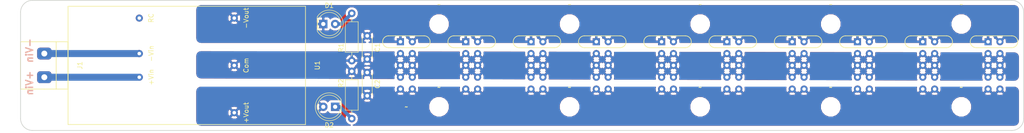
<source format=kicad_pcb>
(kicad_pcb (version 20171130) (host pcbnew "(5.0.1)-4")
  (layers (0 F.Cu signal) (31 B.Cu signal) (34 B.Paste user) (35 F.Paste user) (36 B.SilkS user) (37 F.SilkS user) (38 B.Mask user) (39 F.Mask user) (44 Edge.Cuts user))
  (net 0 "")
  (net 1 -12V)
  (net 2 GND)
  (net 3 +12V)
  (net 4 "Net-(D1-Pad2)")
  (net 5 "Net-(D2-Pad1)")
  (net 6 "Net-(J1-Pad1)")
  (net 7 "Net-(J1-Pad2)")
  (net 8 "Net-(U1-Pad6)")
  (module LED_THT:LED_D5.0mm (layer F.Cu) (at 88.9 45.72 180)
    (fp_text reference D2 (at 1.27 -3.96 180) (layer F.SilkS))
    (fp_text value LED)
    (fp_line (start -1.29 -1.545) (end -1.29 1.545) (layer F.SilkS) (width 0.12))
    (fp_circle (center 1.27 0) (end 3.77 0) (layer F.SilkS) (width 0.12))
    (fp_arc (start 1.27 0) (end -1.29 1.54483) (angle -148.9) (layer F.SilkS) (width 0.12))
    (fp_arc (start 1.27 0) (end -1.29 -1.54483) (angle 148.9) (layer F.SilkS) (width 0.12))
    (pad 2 thru_hole circle (at 2.54 0 180) (size 1.8 1.8) (drill 0.9) (layers *.Cu *.Mask) (net 3 +12V))
    (pad 1 thru_hole rect (at 0 0 180) (size 1.8 1.8) (drill 0.9) (layers *.Cu *.Mask) (net 5 "Net-(D2-Pad1)"))
  )
  (module MountingHole:MountingHole_3.2mm_M3 (layer F.Cu) (at 26.67 46.355)
    (fp_text reference "" (at 0 -4.2) (layer F.SilkS))
    (fp_text value MountingHole_3.2mm_M3)
    (pad 1 np_thru_hole circle (at 0 0) (size 3.2 3.2) (drill 3.2) (layers *.Cu *.Mask))
  )
  (module MountingHole:MountingHole_3.2mm_M3 (layer F.Cu) (at 26.67 27.305)
    (fp_text reference "" (at 0 -4.2) (layer F.SilkS))
    (fp_text value MountingHole_3.2mm_M3)
    (pad 1 np_thru_hole circle (at 0 0) (size 3.2 3.2) (drill 3.2) (layers *.Cu *.Mask))
  )
  (module MountingHole:MountingHole_3.2mm_M3 (layer F.Cu) (at 222.885 45.72)
    (fp_text reference ~ (at 0 -4.2) (layer F.SilkS))
    (fp_text value MountingHole_3.2mm_M3)
    (pad 1 np_thru_hole circle (at 0 0) (size 3.2 3.2) (drill 3.2) (layers *.Cu *.Mask))
  )
  (module MountingHole:MountingHole_3.2mm_M3 (layer F.Cu) (at 194.945 45.72)
    (fp_text reference ~ (at 0 -4.2) (layer F.SilkS))
    (fp_text value MountingHole_3.2mm_M3)
    (pad 1 np_thru_hole circle (at 0 0) (size 3.2 3.2) (drill 3.2) (layers *.Cu *.Mask))
  )
  (module MountingHole:MountingHole_3.2mm_M3 (layer F.Cu) (at 167.005 45.72)
    (fp_text reference ~ (at 0 -4.2) (layer F.SilkS))
    (fp_text value MountingHole_3.2mm_M3)
    (pad 1 np_thru_hole circle (at 0 0) (size 3.2 3.2) (drill 3.2) (layers *.Cu *.Mask))
  )
  (module MountingHole:MountingHole_3.2mm_M3 (layer F.Cu) (at 139.065 45.72)
    (fp_text reference ~ (at 0 -4.2) (layer F.SilkS))
    (fp_text value MountingHole_3.2mm_M3)
    (pad 1 np_thru_hole circle (at 0 0) (size 3.2 3.2) (drill 3.2) (layers *.Cu *.Mask))
  )
  (module MountingHole:MountingHole_3.2mm_M3 (layer F.Cu) (at 111.125 45.72)
    (fp_text reference ~ (at 0 -4.2) (layer F.SilkS))
    (fp_text value MountingHole_3.2mm_M3)
    (pad 1 np_thru_hole circle (at 0 0) (size 3.2 3.2) (drill 3.2) (layers *.Cu *.Mask))
  )
  (module MountingHole:MountingHole_3.2mm_M3 (layer F.Cu) (at 222.885 27.94)
    (fp_text reference ~ (at 0 -4.2) (layer F.SilkS))
    (fp_text value MountingHole_3.2mm_M3)
    (pad 1 np_thru_hole circle (at 0 0) (size 3.2 3.2) (drill 3.2) (layers *.Cu *.Mask))
  )
  (module MountingHole:MountingHole_3.2mm_M3 (layer F.Cu) (at 194.945 27.94)
    (fp_text reference ~ (at 0 -4.2) (layer F.SilkS))
    (fp_text value MountingHole_3.2mm_M3)
    (pad 1 np_thru_hole circle (at 0 0) (size 3.2 3.2) (drill 3.2) (layers *.Cu *.Mask))
  )
  (module MountingHole:MountingHole_3.2mm_M3 (layer F.Cu) (at 167.005 27.94)
    (fp_text reference ~ (at 0 -4.2) (layer F.SilkS))
    (fp_text value MountingHole_3.2mm_M3)
    (pad 1 np_thru_hole circle (at 0 0) (size 3.2 3.2) (drill 3.2) (layers *.Cu *.Mask))
  )
  (module MountingHole:MountingHole_3.2mm_M3 (layer F.Cu) (at 139.065 27.94)
    (fp_text reference ~ (at 0 -4.2) (layer F.SilkS))
    (fp_text value MountingHole_3.2mm_M3)
    (pad 1 np_thru_hole circle (at 0 0) (size 3.2 3.2) (drill 3.2) (layers *.Cu *.Mask))
  )
  (module "KraakenStuff:Klema x2" (layer F.Cu) (at 26.67 36.83 90)
    (fp_text reference J1 (at 0 7.62 90) (layer F.SilkS))
    (fp_text value PWR_IN)
    (fp_line (start -5.08 0) (end -5.08 -2.54) (layer F.SilkS) (width 0.15))
    (fp_line (start 5.08 -2.54) (end 5.08 2.54) (layer F.SilkS) (width 0.15))
    (fp_line (start -5.08 2.54) (end -5.08 0) (layer F.SilkS) (width 0.15))
    (fp_line (start -5.08 -2.54) (end -5.08 -5.08) (layer F.SilkS) (width 0.15))
    (fp_line (start -5.08 -5.08) (end 5.08 -5.08) (layer F.SilkS) (width 0.15))
    (fp_line (start 5.08 -5.08) (end 5.08 -2.54) (layer F.SilkS) (width 0.15))
    (fp_line (start -5.08 2.54) (end -5.08 5.08) (layer F.SilkS) (width 0.15))
    (fp_line (start -5.08 5.08) (end 5.08 5.08) (layer F.SilkS) (width 0.15))
    (fp_line (start 5.08 5.08) (end 5.08 2.54) (layer F.SilkS) (width 0.15))
    (fp_line (start -5.08 2.54) (end 5.08 2.54) (layer F.SilkS) (width 0.15))
    (pad 1 thru_hole roundrect (at -2.54 0 90) (size 2.54 3.048) (drill 1.27) (layers *.Cu *.Mask) (net 6 "Net-(J1-Pad1)"))
    (pad 2 thru_hole roundrect (at 2.54 0 90) (size 2.54 3.048) (drill 1.27) (layers *.Cu *.Mask) (net 7 "Net-(J1-Pad2)"))
  )
  (module "KraakenStuff:MeanWell RDDW20F" (layer F.Cu) (at 57.15 36.83 90)
    (fp_text reference U1 (at 0 27.94 90) (layer F.SilkS))
    (fp_text value MeanWellRDDW20F-12)
    (fp_text user +Vin (at -2.54 -7.62 90) (layer F.SilkS))
    (fp_text user -Vin (at 2.54 -7.62 90) (layer F.SilkS))
    (fp_text user RC (at 10.16 -7.62 90) (layer F.SilkS))
    (fp_text user +Vout (at -10.16 12.7 90) (layer F.SilkS))
    (fp_text user Com (at 0 12.7 90) (layer F.SilkS))
    (fp_text user -Vout (at 10.16 12.7 90) (layer F.SilkS))
    (fp_line (start 12.7 25.4) (end 12.7 -25.4) (layer F.SilkS) (width 0.15))
    (fp_line (start -12.7 25.4) (end 12.7 25.4) (layer F.SilkS) (width 0.15))
    (fp_line (start -12.7 -25.4) (end -12.7 25.4) (layer F.SilkS) (width 0.15))
    (fp_line (start 12.7 -25.4) (end -12.7 -25.4) (layer F.SilkS) (width 0.15))
    (pad 1 thru_hole circle (at -2.54 -10.16 90) (size 1.524 1.524) (drill 0.762) (layers *.Cu *.Mask) (net 6 "Net-(J1-Pad1)"))
    (pad 2 thru_hole circle (at 2.54 -10.16 90) (size 1.524 1.524) (drill 0.762) (layers *.Cu *.Mask) (net 7 "Net-(J1-Pad2)"))
    (pad 6 thru_hole circle (at 10.16 -10.16 90) (size 1.524 1.524) (drill 0.762) (layers *.Cu *.Mask) (net 8 "Net-(U1-Pad6)"))
    (pad 5 thru_hole circle (at 10.16 10.16 90) (size 1.524 1.524) (drill 0.762) (layers *.Cu *.Mask) (net 1 -12V))
    (pad 4 thru_hole circle (at 0 10.16 90) (size 1.524 1.524) (drill 0.762) (layers *.Cu *.Mask) (net 2 GND))
    (pad 3 thru_hole circle (at -10.16 10.16 90) (size 1.524 1.524) (drill 0.762) (layers *.Cu *.Mask) (net 3 +12V))
  )
  (module Capacitor_THT:C_Disc_D4.3mm_W1.9mm_P5.00mm (layer F.Cu) (at 95.758 30.48 270)
    (fp_text reference C1 (at 2.5 -2.2 270) (layer F.SilkS))
    (fp_text value 100n)
    (fp_line (start 0.23 -1.07) (end 4.77 -1.07) (layer F.SilkS) (width 0.12))
    (fp_line (start 0.23 1.07) (end 4.77 1.07) (layer F.SilkS) (width 0.12))
    (fp_line (start 0.23 -1.07) (end 0.23 -1.055) (layer F.SilkS) (width 0.12))
    (fp_line (start 0.23 1.055) (end 0.23 1.07) (layer F.SilkS) (width 0.12))
    (fp_line (start 4.77 -1.07) (end 4.77 -1.055) (layer F.SilkS) (width 0.12))
    (fp_line (start 4.77 1.055) (end 4.77 1.07) (layer F.SilkS) (width 0.12))
    (pad 1 thru_hole circle (at 0 0 270) (size 1.6 1.6) (drill 0.8) (layers *.Cu *.Mask) (net 1 -12V))
    (pad 2 thru_hole circle (at 5 0 270) (size 1.6 1.6) (drill 0.8) (layers *.Cu *.Mask) (net 2 GND))
  )
  (module Capacitor_THT:C_Disc_D4.3mm_W1.9mm_P5.00mm (layer F.Cu) (at 95.758 38.354 270)
    (fp_text reference C2 (at 2.5 -2.2 270) (layer F.SilkS))
    (fp_text value 100n)
    (fp_line (start 4.77 1.055) (end 4.77 1.07) (layer F.SilkS) (width 0.12))
    (fp_line (start 4.77 -1.07) (end 4.77 -1.055) (layer F.SilkS) (width 0.12))
    (fp_line (start 0.23 1.055) (end 0.23 1.07) (layer F.SilkS) (width 0.12))
    (fp_line (start 0.23 -1.07) (end 0.23 -1.055) (layer F.SilkS) (width 0.12))
    (fp_line (start 0.23 1.07) (end 4.77 1.07) (layer F.SilkS) (width 0.12))
    (fp_line (start 0.23 -1.07) (end 4.77 -1.07) (layer F.SilkS) (width 0.12))
    (pad 2 thru_hole circle (at 5 0 270) (size 1.6 1.6) (drill 0.8) (layers *.Cu *.Mask) (net 3 +12V))
    (pad 1 thru_hole circle (at 0 0 270) (size 1.6 1.6) (drill 0.8) (layers *.Cu *.Mask) (net 2 GND))
  )
  (module LED_THT:LED_D5.0mm (layer F.Cu) (at 86.36 27.94)
    (fp_text reference D1 (at 1.27 -3.96) (layer F.SilkS))
    (fp_text value LED)
    (fp_arc (start 1.27 0) (end -1.29 -1.54483) (angle 148.9) (layer F.SilkS) (width 0.12))
    (fp_arc (start 1.27 0) (end -1.29 1.54483) (angle -148.9) (layer F.SilkS) (width 0.12))
    (fp_circle (center 1.27 0) (end 3.77 0) (layer F.SilkS) (width 0.12))
    (fp_line (start -1.29 -1.545) (end -1.29 1.545) (layer F.SilkS) (width 0.12))
    (pad 1 thru_hole rect (at 0 0) (size 1.8 1.8) (drill 0.9) (layers *.Cu *.Mask) (net 1 -12V))
    (pad 2 thru_hole circle (at 2.54 0) (size 1.8 1.8) (drill 0.9) (layers *.Cu *.Mask) (net 4 "Net-(D1-Pad2)"))
  )
  (module KraakenStuff:EuroHeader10 (layer F.Cu) (at 104.14 36.83)
    (fp_text reference ~ (at 0 8.89) (layer F.SilkS))
    (fp_text value EuroPower)
    (fp_arc (start -3.81 -5.08) (end -3.81 -6.35) (angle -180) (layer F.SilkS) (width 0.15))
    (fp_arc (start 3.81 -5.08) (end 3.81 -3.81) (angle -180) (layer F.SilkS) (width 0.15))
    (fp_line (start 3.81 -3.81) (end -3.81 -3.81) (layer F.SilkS) (width 0.15))
    (fp_line (start -3.81 -6.35) (end 3.81 -6.35) (layer F.SilkS) (width 0.15))
    (pad 10 thru_hole circle (at 1.27 5.08) (size 1.524 1.524) (drill 0.762) (layers *.Cu *.Mask) (net 3 +12V))
    (pad 9 thru_hole circle (at -1.27 5.08) (size 1.524 1.524) (drill 0.762) (layers *.Cu *.Mask) (net 3 +12V))
    (pad 8 thru_hole circle (at 1.27 2.54) (size 1.524 1.524) (drill 0.762) (layers *.Cu *.Mask) (net 2 GND))
    (pad 7 thru_hole circle (at -1.27 2.54) (size 1.524 1.524) (drill 0.762) (layers *.Cu *.Mask) (net 2 GND))
    (pad 6 thru_hole circle (at 1.27 0) (size 1.524 1.524) (drill 0.762) (layers *.Cu *.Mask) (net 2 GND))
    (pad 5 thru_hole circle (at -1.27 0) (size 1.524 1.524) (drill 0.762) (layers *.Cu *.Mask) (net 2 GND))
    (pad 4 thru_hole circle (at 1.27 -2.54) (size 1.524 1.524) (drill 0.762) (layers *.Cu *.Mask) (net 2 GND))
    (pad 3 thru_hole circle (at -1.27 -2.54) (size 1.524 1.524) (drill 0.762) (layers *.Cu *.Mask) (net 2 GND))
    (pad 2 thru_hole circle (at 1.27 -5.08) (size 1.524 1.524) (drill 0.762) (layers *.Cu *.Mask) (net 1 -12V))
    (pad 1 thru_hole rect (at -1.27 -5.08) (size 1.524 1.524) (drill 0.762) (layers *.Cu *.Mask) (net 1 -12V))
  )
  (module KraakenStuff:EuroHeader10 (layer F.Cu) (at 118.11 36.83)
    (fp_text reference "" (at 0 8.89) (layer F.SilkS))
    (fp_text value EuroPower)
    (fp_arc (start -3.81 -5.08) (end -3.81 -6.35) (angle -180) (layer F.SilkS) (width 0.15))
    (fp_arc (start 3.81 -5.08) (end 3.81 -3.81) (angle -180) (layer F.SilkS) (width 0.15))
    (fp_line (start 3.81 -3.81) (end -3.81 -3.81) (layer F.SilkS) (width 0.15))
    (fp_line (start -3.81 -6.35) (end 3.81 -6.35) (layer F.SilkS) (width 0.15))
    (pad 10 thru_hole circle (at 1.27 5.08) (size 1.524 1.524) (drill 0.762) (layers *.Cu *.Mask) (net 3 +12V))
    (pad 9 thru_hole circle (at -1.27 5.08) (size 1.524 1.524) (drill 0.762) (layers *.Cu *.Mask) (net 3 +12V))
    (pad 8 thru_hole circle (at 1.27 2.54) (size 1.524 1.524) (drill 0.762) (layers *.Cu *.Mask) (net 2 GND))
    (pad 7 thru_hole circle (at -1.27 2.54) (size 1.524 1.524) (drill 0.762) (layers *.Cu *.Mask) (net 2 GND))
    (pad 6 thru_hole circle (at 1.27 0) (size 1.524 1.524) (drill 0.762) (layers *.Cu *.Mask) (net 2 GND))
    (pad 5 thru_hole circle (at -1.27 0) (size 1.524 1.524) (drill 0.762) (layers *.Cu *.Mask) (net 2 GND))
    (pad 4 thru_hole circle (at 1.27 -2.54) (size 1.524 1.524) (drill 0.762) (layers *.Cu *.Mask) (net 2 GND))
    (pad 3 thru_hole circle (at -1.27 -2.54) (size 1.524 1.524) (drill 0.762) (layers *.Cu *.Mask) (net 2 GND))
    (pad 2 thru_hole circle (at 1.27 -5.08) (size 1.524 1.524) (drill 0.762) (layers *.Cu *.Mask) (net 1 -12V))
    (pad 1 thru_hole rect (at -1.27 -5.08) (size 1.524 1.524) (drill 0.762) (layers *.Cu *.Mask) (net 1 -12V))
  )
  (module KraakenStuff:EuroHeader10 (layer F.Cu) (at 132.08 36.83)
    (fp_text reference "" (at 0 8.89) (layer F.SilkS))
    (fp_text value EuroPower)
    (fp_line (start -3.81 -6.35) (end 3.81 -6.35) (layer F.SilkS) (width 0.15))
    (fp_line (start 3.81 -3.81) (end -3.81 -3.81) (layer F.SilkS) (width 0.15))
    (fp_arc (start 3.81 -5.08) (end 3.81 -3.81) (angle -180) (layer F.SilkS) (width 0.15))
    (fp_arc (start -3.81 -5.08) (end -3.81 -6.35) (angle -180) (layer F.SilkS) (width 0.15))
    (pad 1 thru_hole rect (at -1.27 -5.08) (size 1.524 1.524) (drill 0.762) (layers *.Cu *.Mask) (net 1 -12V))
    (pad 2 thru_hole circle (at 1.27 -5.08) (size 1.524 1.524) (drill 0.762) (layers *.Cu *.Mask) (net 1 -12V))
    (pad 3 thru_hole circle (at -1.27 -2.54) (size 1.524 1.524) (drill 0.762) (layers *.Cu *.Mask) (net 2 GND))
    (pad 4 thru_hole circle (at 1.27 -2.54) (size 1.524 1.524) (drill 0.762) (layers *.Cu *.Mask) (net 2 GND))
    (pad 5 thru_hole circle (at -1.27 0) (size 1.524 1.524) (drill 0.762) (layers *.Cu *.Mask) (net 2 GND))
    (pad 6 thru_hole circle (at 1.27 0) (size 1.524 1.524) (drill 0.762) (layers *.Cu *.Mask) (net 2 GND))
    (pad 7 thru_hole circle (at -1.27 2.54) (size 1.524 1.524) (drill 0.762) (layers *.Cu *.Mask) (net 2 GND))
    (pad 8 thru_hole circle (at 1.27 2.54) (size 1.524 1.524) (drill 0.762) (layers *.Cu *.Mask) (net 2 GND))
    (pad 9 thru_hole circle (at -1.27 5.08) (size 1.524 1.524) (drill 0.762) (layers *.Cu *.Mask) (net 3 +12V))
    (pad 10 thru_hole circle (at 1.27 5.08) (size 1.524 1.524) (drill 0.762) (layers *.Cu *.Mask) (net 3 +12V))
  )
  (module KraakenStuff:EuroHeader10 (layer F.Cu) (at 160.02 36.83)
    (fp_text reference "" (at 0 8.89) (layer F.SilkS))
    (fp_text value EuroPower)
    (fp_arc (start -3.81 -5.08) (end -3.81 -6.35) (angle -180) (layer F.SilkS) (width 0.15))
    (fp_arc (start 3.81 -5.08) (end 3.81 -3.81) (angle -180) (layer F.SilkS) (width 0.15))
    (fp_line (start 3.81 -3.81) (end -3.81 -3.81) (layer F.SilkS) (width 0.15))
    (fp_line (start -3.81 -6.35) (end 3.81 -6.35) (layer F.SilkS) (width 0.15))
    (pad 10 thru_hole circle (at 1.27 5.08) (size 1.524 1.524) (drill 0.762) (layers *.Cu *.Mask) (net 3 +12V))
    (pad 9 thru_hole circle (at -1.27 5.08) (size 1.524 1.524) (drill 0.762) (layers *.Cu *.Mask) (net 3 +12V))
    (pad 8 thru_hole circle (at 1.27 2.54) (size 1.524 1.524) (drill 0.762) (layers *.Cu *.Mask) (net 2 GND))
    (pad 7 thru_hole circle (at -1.27 2.54) (size 1.524 1.524) (drill 0.762) (layers *.Cu *.Mask) (net 2 GND))
    (pad 6 thru_hole circle (at 1.27 0) (size 1.524 1.524) (drill 0.762) (layers *.Cu *.Mask) (net 2 GND))
    (pad 5 thru_hole circle (at -1.27 0) (size 1.524 1.524) (drill 0.762) (layers *.Cu *.Mask) (net 2 GND))
    (pad 4 thru_hole circle (at 1.27 -2.54) (size 1.524 1.524) (drill 0.762) (layers *.Cu *.Mask) (net 2 GND))
    (pad 3 thru_hole circle (at -1.27 -2.54) (size 1.524 1.524) (drill 0.762) (layers *.Cu *.Mask) (net 2 GND))
    (pad 2 thru_hole circle (at 1.27 -5.08) (size 1.524 1.524) (drill 0.762) (layers *.Cu *.Mask) (net 1 -12V))
    (pad 1 thru_hole rect (at -1.27 -5.08) (size 1.524 1.524) (drill 0.762) (layers *.Cu *.Mask) (net 1 -12V))
  )
  (module KraakenStuff:EuroHeader10 (layer F.Cu) (at 173.99 36.83)
    (fp_text reference "" (at 0 8.89) (layer F.SilkS))
    (fp_text value EuroPower)
    (fp_arc (start -3.81 -5.08) (end -3.81 -6.35) (angle -180) (layer F.SilkS) (width 0.15))
    (fp_arc (start 3.81 -5.08) (end 3.81 -3.81) (angle -180) (layer F.SilkS) (width 0.15))
    (fp_line (start 3.81 -3.81) (end -3.81 -3.81) (layer F.SilkS) (width 0.15))
    (fp_line (start -3.81 -6.35) (end 3.81 -6.35) (layer F.SilkS) (width 0.15))
    (pad 10 thru_hole circle (at 1.27 5.08) (size 1.524 1.524) (drill 0.762) (layers *.Cu *.Mask) (net 3 +12V))
    (pad 9 thru_hole circle (at -1.27 5.08) (size 1.524 1.524) (drill 0.762) (layers *.Cu *.Mask) (net 3 +12V))
    (pad 8 thru_hole circle (at 1.27 2.54) (size 1.524 1.524) (drill 0.762) (layers *.Cu *.Mask) (net 2 GND))
    (pad 7 thru_hole circle (at -1.27 2.54) (size 1.524 1.524) (drill 0.762) (layers *.Cu *.Mask) (net 2 GND))
    (pad 6 thru_hole circle (at 1.27 0) (size 1.524 1.524) (drill 0.762) (layers *.Cu *.Mask) (net 2 GND))
    (pad 5 thru_hole circle (at -1.27 0) (size 1.524 1.524) (drill 0.762) (layers *.Cu *.Mask) (net 2 GND))
    (pad 4 thru_hole circle (at 1.27 -2.54) (size 1.524 1.524) (drill 0.762) (layers *.Cu *.Mask) (net 2 GND))
    (pad 3 thru_hole circle (at -1.27 -2.54) (size 1.524 1.524) (drill 0.762) (layers *.Cu *.Mask) (net 2 GND))
    (pad 2 thru_hole circle (at 1.27 -5.08) (size 1.524 1.524) (drill 0.762) (layers *.Cu *.Mask) (net 1 -12V))
    (pad 1 thru_hole rect (at -1.27 -5.08) (size 1.524 1.524) (drill 0.762) (layers *.Cu *.Mask) (net 1 -12V))
  )
  (module KraakenStuff:EuroHeader10 (layer F.Cu) (at 187.96 36.83)
    (fp_text reference "" (at 0 8.89) (layer F.SilkS))
    (fp_text value EuroPower)
    (fp_line (start -3.81 -6.35) (end 3.81 -6.35) (layer F.SilkS) (width 0.15))
    (fp_line (start 3.81 -3.81) (end -3.81 -3.81) (layer F.SilkS) (width 0.15))
    (fp_arc (start 3.81 -5.08) (end 3.81 -3.81) (angle -180) (layer F.SilkS) (width 0.15))
    (fp_arc (start -3.81 -5.08) (end -3.81 -6.35) (angle -180) (layer F.SilkS) (width 0.15))
    (pad 1 thru_hole rect (at -1.27 -5.08) (size 1.524 1.524) (drill 0.762) (layers *.Cu *.Mask) (net 1 -12V))
    (pad 2 thru_hole circle (at 1.27 -5.08) (size 1.524 1.524) (drill 0.762) (layers *.Cu *.Mask) (net 1 -12V))
    (pad 3 thru_hole circle (at -1.27 -2.54) (size 1.524 1.524) (drill 0.762) (layers *.Cu *.Mask) (net 2 GND))
    (pad 4 thru_hole circle (at 1.27 -2.54) (size 1.524 1.524) (drill 0.762) (layers *.Cu *.Mask) (net 2 GND))
    (pad 5 thru_hole circle (at -1.27 0) (size 1.524 1.524) (drill 0.762) (layers *.Cu *.Mask) (net 2 GND))
    (pad 6 thru_hole circle (at 1.27 0) (size 1.524 1.524) (drill 0.762) (layers *.Cu *.Mask) (net 2 GND))
    (pad 7 thru_hole circle (at -1.27 2.54) (size 1.524 1.524) (drill 0.762) (layers *.Cu *.Mask) (net 2 GND))
    (pad 8 thru_hole circle (at 1.27 2.54) (size 1.524 1.524) (drill 0.762) (layers *.Cu *.Mask) (net 2 GND))
    (pad 9 thru_hole circle (at -1.27 5.08) (size 1.524 1.524) (drill 0.762) (layers *.Cu *.Mask) (net 3 +12V))
    (pad 10 thru_hole circle (at 1.27 5.08) (size 1.524 1.524) (drill 0.762) (layers *.Cu *.Mask) (net 3 +12V))
  )
  (module KraakenStuff:EuroHeader10 (layer F.Cu) (at 201.93 36.83)
    (fp_text reference "" (at 0 8.89) (layer F.SilkS))
    (fp_text value EuroPower)
    (fp_line (start -3.81 -6.35) (end 3.81 -6.35) (layer F.SilkS) (width 0.15))
    (fp_line (start 3.81 -3.81) (end -3.81 -3.81) (layer F.SilkS) (width 0.15))
    (fp_arc (start 3.81 -5.08) (end 3.81 -3.81) (angle -180) (layer F.SilkS) (width 0.15))
    (fp_arc (start -3.81 -5.08) (end -3.81 -6.35) (angle -180) (layer F.SilkS) (width 0.15))
    (pad 1 thru_hole rect (at -1.27 -5.08) (size 1.524 1.524) (drill 0.762) (layers *.Cu *.Mask) (net 1 -12V))
    (pad 2 thru_hole circle (at 1.27 -5.08) (size 1.524 1.524) (drill 0.762) (layers *.Cu *.Mask) (net 1 -12V))
    (pad 3 thru_hole circle (at -1.27 -2.54) (size 1.524 1.524) (drill 0.762) (layers *.Cu *.Mask) (net 2 GND))
    (pad 4 thru_hole circle (at 1.27 -2.54) (size 1.524 1.524) (drill 0.762) (layers *.Cu *.Mask) (net 2 GND))
    (pad 5 thru_hole circle (at -1.27 0) (size 1.524 1.524) (drill 0.762) (layers *.Cu *.Mask) (net 2 GND))
    (pad 6 thru_hole circle (at 1.27 0) (size 1.524 1.524) (drill 0.762) (layers *.Cu *.Mask) (net 2 GND))
    (pad 7 thru_hole circle (at -1.27 2.54) (size 1.524 1.524) (drill 0.762) (layers *.Cu *.Mask) (net 2 GND))
    (pad 8 thru_hole circle (at 1.27 2.54) (size 1.524 1.524) (drill 0.762) (layers *.Cu *.Mask) (net 2 GND))
    (pad 9 thru_hole circle (at -1.27 5.08) (size 1.524 1.524) (drill 0.762) (layers *.Cu *.Mask) (net 3 +12V))
    (pad 10 thru_hole circle (at 1.27 5.08) (size 1.524 1.524) (drill 0.762) (layers *.Cu *.Mask) (net 3 +12V))
  )
  (module KraakenStuff:EuroHeader10 (layer F.Cu) (at 215.9 36.83)
    (fp_text reference "" (at 0 8.89) (layer F.SilkS))
    (fp_text value EuroPower)
    (fp_line (start -3.81 -6.35) (end 3.81 -6.35) (layer F.SilkS) (width 0.15))
    (fp_line (start 3.81 -3.81) (end -3.81 -3.81) (layer F.SilkS) (width 0.15))
    (fp_arc (start 3.81 -5.08) (end 3.81 -3.81) (angle -180) (layer F.SilkS) (width 0.15))
    (fp_arc (start -3.81 -5.08) (end -3.81 -6.35) (angle -180) (layer F.SilkS) (width 0.15))
    (pad 1 thru_hole rect (at -1.27 -5.08) (size 1.524 1.524) (drill 0.762) (layers *.Cu *.Mask) (net 1 -12V))
    (pad 2 thru_hole circle (at 1.27 -5.08) (size 1.524 1.524) (drill 0.762) (layers *.Cu *.Mask) (net 1 -12V))
    (pad 3 thru_hole circle (at -1.27 -2.54) (size 1.524 1.524) (drill 0.762) (layers *.Cu *.Mask) (net 2 GND))
    (pad 4 thru_hole circle (at 1.27 -2.54) (size 1.524 1.524) (drill 0.762) (layers *.Cu *.Mask) (net 2 GND))
    (pad 5 thru_hole circle (at -1.27 0) (size 1.524 1.524) (drill 0.762) (layers *.Cu *.Mask) (net 2 GND))
    (pad 6 thru_hole circle (at 1.27 0) (size 1.524 1.524) (drill 0.762) (layers *.Cu *.Mask) (net 2 GND))
    (pad 7 thru_hole circle (at -1.27 2.54) (size 1.524 1.524) (drill 0.762) (layers *.Cu *.Mask) (net 2 GND))
    (pad 8 thru_hole circle (at 1.27 2.54) (size 1.524 1.524) (drill 0.762) (layers *.Cu *.Mask) (net 2 GND))
    (pad 9 thru_hole circle (at -1.27 5.08) (size 1.524 1.524) (drill 0.762) (layers *.Cu *.Mask) (net 3 +12V))
    (pad 10 thru_hole circle (at 1.27 5.08) (size 1.524 1.524) (drill 0.762) (layers *.Cu *.Mask) (net 3 +12V))
  )
  (module KraakenStuff:EuroHeader10 (layer F.Cu) (at 229.87 36.83)
    (fp_text reference "" (at 0 8.89) (layer F.SilkS))
    (fp_text value EuroPower)
    (fp_arc (start -3.81 -5.08) (end -3.81 -6.35) (angle -180) (layer F.SilkS) (width 0.15))
    (fp_arc (start 3.81 -5.08) (end 3.81 -3.81) (angle -180) (layer F.SilkS) (width 0.15))
    (fp_line (start 3.81 -3.81) (end -3.81 -3.81) (layer F.SilkS) (width 0.15))
    (fp_line (start -3.81 -6.35) (end 3.81 -6.35) (layer F.SilkS) (width 0.15))
    (pad 10 thru_hole circle (at 1.27 5.08) (size 1.524 1.524) (drill 0.762) (layers *.Cu *.Mask) (net 3 +12V))
    (pad 9 thru_hole circle (at -1.27 5.08) (size 1.524 1.524) (drill 0.762) (layers *.Cu *.Mask) (net 3 +12V))
    (pad 8 thru_hole circle (at 1.27 2.54) (size 1.524 1.524) (drill 0.762) (layers *.Cu *.Mask) (net 2 GND))
    (pad 7 thru_hole circle (at -1.27 2.54) (size 1.524 1.524) (drill 0.762) (layers *.Cu *.Mask) (net 2 GND))
    (pad 6 thru_hole circle (at 1.27 0) (size 1.524 1.524) (drill 0.762) (layers *.Cu *.Mask) (net 2 GND))
    (pad 5 thru_hole circle (at -1.27 0) (size 1.524 1.524) (drill 0.762) (layers *.Cu *.Mask) (net 2 GND))
    (pad 4 thru_hole circle (at 1.27 -2.54) (size 1.524 1.524) (drill 0.762) (layers *.Cu *.Mask) (net 2 GND))
    (pad 3 thru_hole circle (at -1.27 -2.54) (size 1.524 1.524) (drill 0.762) (layers *.Cu *.Mask) (net 2 GND))
    (pad 2 thru_hole circle (at 1.27 -5.08) (size 1.524 1.524) (drill 0.762) (layers *.Cu *.Mask) (net 1 -12V))
    (pad 1 thru_hole rect (at -1.27 -5.08) (size 1.524 1.524) (drill 0.762) (layers *.Cu *.Mask) (net 1 -12V))
  )
  (module Resistor_THT:R_Axial_DIN0207_L6.3mm_D2.5mm_P10.16mm_Horizontal (layer F.Cu) (at 92.456 25.654 270)
    (fp_text reference R1 (at 7.366 2.286 270) (layer F.SilkS))
    (fp_text value 1k2)
    (fp_line (start 1.81 -1.37) (end 1.81 1.37) (layer F.SilkS) (width 0.12))
    (fp_line (start 1.81 1.37) (end 8.35 1.37) (layer F.SilkS) (width 0.12))
    (fp_line (start 8.35 1.37) (end 8.35 -1.37) (layer F.SilkS) (width 0.12))
    (fp_line (start 8.35 -1.37) (end 1.81 -1.37) (layer F.SilkS) (width 0.12))
    (fp_line (start 1.04 0) (end 1.81 0) (layer F.SilkS) (width 0.12))
    (fp_line (start 9.12 0) (end 8.35 0) (layer F.SilkS) (width 0.12))
    (pad 1 thru_hole circle (at 0 0 270) (size 1.6 1.6) (drill 0.8) (layers *.Cu *.Mask) (net 4 "Net-(D1-Pad2)"))
    (pad 2 thru_hole oval (at 10.16 0 270) (size 1.6 1.6) (drill 0.8) (layers *.Cu *.Mask) (net 2 GND))
  )
  (module Resistor_THT:R_Axial_DIN0207_L6.3mm_D2.5mm_P10.16mm_Horizontal (layer F.Cu) (at 92.456 38.1 270)
    (fp_text reference R2 (at 2.54 2.286 270) (layer F.SilkS))
    (fp_text value 1k2)
    (fp_line (start 9.12 0) (end 8.35 0) (layer F.SilkS) (width 0.12))
    (fp_line (start 1.04 0) (end 1.81 0) (layer F.SilkS) (width 0.12))
    (fp_line (start 8.35 -1.37) (end 1.81 -1.37) (layer F.SilkS) (width 0.12))
    (fp_line (start 8.35 1.37) (end 8.35 -1.37) (layer F.SilkS) (width 0.12))
    (fp_line (start 1.81 1.37) (end 8.35 1.37) (layer F.SilkS) (width 0.12))
    (fp_line (start 1.81 -1.37) (end 1.81 1.37) (layer F.SilkS) (width 0.12))
    (pad 2 thru_hole oval (at 10.16 0 270) (size 1.6 1.6) (drill 0.8) (layers *.Cu *.Mask) (net 5 "Net-(D2-Pad1)"))
    (pad 1 thru_hole circle (at 0 0 270) (size 1.6 1.6) (drill 0.8) (layers *.Cu *.Mask) (net 2 GND))
  )
  (module KraakenStuff:EuroHeader10 (layer F.Cu) (at 146.05 36.83)
    (fp_text reference "" (at 0 8.89) (layer F.SilkS))
    (fp_text value EuroPower)
    (fp_line (start -3.81 -6.35) (end 3.81 -6.35) (layer F.SilkS) (width 0.15))
    (fp_line (start 3.81 -3.81) (end -3.81 -3.81) (layer F.SilkS) (width 0.15))
    (fp_arc (start 3.81 -5.08) (end 3.81 -3.81) (angle -180) (layer F.SilkS) (width 0.15))
    (fp_arc (start -3.81 -5.08) (end -3.81 -6.35) (angle -180) (layer F.SilkS) (width 0.15))
    (pad 1 thru_hole rect (at -1.27 -5.08) (size 1.524 1.524) (drill 0.762) (layers *.Cu *.Mask) (net 1 -12V))
    (pad 2 thru_hole circle (at 1.27 -5.08) (size 1.524 1.524) (drill 0.762) (layers *.Cu *.Mask) (net 1 -12V))
    (pad 3 thru_hole circle (at -1.27 -2.54) (size 1.524 1.524) (drill 0.762) (layers *.Cu *.Mask) (net 2 GND))
    (pad 4 thru_hole circle (at 1.27 -2.54) (size 1.524 1.524) (drill 0.762) (layers *.Cu *.Mask) (net 2 GND))
    (pad 5 thru_hole circle (at -1.27 0) (size 1.524 1.524) (drill 0.762) (layers *.Cu *.Mask) (net 2 GND))
    (pad 6 thru_hole circle (at 1.27 0) (size 1.524 1.524) (drill 0.762) (layers *.Cu *.Mask) (net 2 GND))
    (pad 7 thru_hole circle (at -1.27 2.54) (size 1.524 1.524) (drill 0.762) (layers *.Cu *.Mask) (net 2 GND))
    (pad 8 thru_hole circle (at 1.27 2.54) (size 1.524 1.524) (drill 0.762) (layers *.Cu *.Mask) (net 2 GND))
    (pad 9 thru_hole circle (at -1.27 5.08) (size 1.524 1.524) (drill 0.762) (layers *.Cu *.Mask) (net 3 +12V))
    (pad 10 thru_hole circle (at 1.27 5.08) (size 1.524 1.524) (drill 0.762) (layers *.Cu *.Mask) (net 3 +12V))
  )
  (module MountingHole:MountingHole_3.2mm_M3 (layer F.Cu) (at 111.125 27.94)
    (fp_text reference ~ (at 0 -4.2) (layer F.SilkS))
    (fp_text value MountingHole_3.2mm_M3)
    (pad 1 np_thru_hole circle (at 0 0) (size 3.2 3.2) (drill 3.2) (layers *.Cu *.Mask))
  )
  (gr_text -Vin (at 23.495 33.655 90) (layer B.SilkS) (effects (font (size 1.5 1.5) (thickness 0.3)) (justify mirror)))
  (gr_text +Vin (at 23.495 40.64 90) (layer B.SilkS) (effects (font (size 1.5 1.5) (thickness 0.3)) (justify mirror)))
  (gr_arc (start 233.68 25.4) (end 236.22 25.4) (angle -90) (layer Edge.Cuts) (width 0.15))
  (gr_arc (start 233.68 48.26) (end 233.68 50.8) (angle -90) (layer Edge.Cuts) (width 0.15))
  (gr_arc (start 24.13 25.4) (end 24.13 22.86) (angle -90) (layer Edge.Cuts) (width 0.15))
  (gr_arc (start 24.13 48.26) (end 21.59 48.26) (angle -90) (layer Edge.Cuts) (width 0.15))
  (gr_line (start 21.59 48.26) (end 21.59 25.4) (layer Edge.Cuts) (width 0.15))
  (gr_line (start 233.68 50.8) (end 24.13 50.8) (layer Edge.Cuts) (width 0.15))
  (gr_line (start 236.22 25.4) (end 236.22 48.26) (layer Edge.Cuts) (width 0.15))
  (gr_line (start 24.13 22.86) (end 233.68 22.86) (layer Edge.Cuts) (width 0.15))
  (segment (start 90.17 27.94) (end 92.456 25.654) (width 0.75) (layer B.Cu) (net 4))
  (segment (start 88.9 27.94) (end 90.17 27.94) (width 0.75) (layer B.Cu) (net 4))
  (segment (start 89.916 45.72) (end 92.456 48.26) (width 0.75) (layer B.Cu) (net 5))
  (segment (start 88.9 45.72) (end 89.916 45.72) (width 0.75) (layer B.Cu) (net 5))
  (segment (start 46.99 39.37) (end 26.67 39.37) (width 1.5) (layer B.Cu) (net 6))
  (segment (start 46.99 34.29) (end 26.67 34.29) (width 1.5) (layer B.Cu) (net 7))
  (zone (net 2) (net_name GND) (layer F.Cu) (connect_pads (clearance 0.508)) (min_thickness 0.254) (fill yes (arc_segments 16) (thermal_gap 0.508) (thermal_bridge_width 0.508) (smoothing fillet) (radius 1))
    (polygon (pts (xy 59.182 33.782) (xy 235.204 34.036) (xy 235.204 40.132) (xy 59.182 39.624)))
  )
  (zone (net 1) (net_name -12V) (layer F.Cu) (connect_pads (clearance 0.508)) (min_thickness 0.254) (fill yes (arc_segments 16) (thermal_gap 0.508) (thermal_bridge_width 0.508) (smoothing fillet) (radius 1))
    (polygon (pts (xy 59.182 23.876) (xy 235.204 23.876) (xy 235.204 32.004) (xy 59.182 32.004)))
  )
  (zone (net 3) (net_name +12V) (layer F.Cu) (connect_pads (clearance 0.508)) (min_thickness 0.254) (fill yes (arc_segments 16) (thermal_gap 0.508) (thermal_bridge_width 0.508) (smoothing fillet) (radius 1))
    (polygon (pts (xy 235.204 41.402) (xy 235.204 49.784) (xy 59.182 49.784) (xy 59.182 41.402)))
  )
  (zone (net 1) (net_name -12V) (layer B.Cu) (connect_pads (clearance 0.508)) (min_thickness 0.254) (fill yes (arc_segments 16) (thermal_gap 0.508) (thermal_bridge_width 0.508) (smoothing fillet) (radius 1))
    (polygon (pts (xy 59.182 23.876) (xy 235.204 23.876) (xy 235.204 32.004) (xy 59.182 32.004)))
  )
  (zone (net 2) (net_name GND) (layer B.Cu) (connect_pads (clearance 0.508)) (min_thickness 0.254) (fill yes (arc_segments 16) (thermal_gap 0.508) (thermal_bridge_width 0.508) (smoothing fillet) (radius 1))
    (polygon (pts (xy 59.182 33.782) (xy 235.204 34.036) (xy 235.204 40.132) (xy 59.182 39.624)))
  )
  (zone (net 3) (net_name +12V) (layer B.Cu) (connect_pads (clearance 0.508)) (min_thickness 0.254) (fill yes (arc_segments 16) (thermal_gap 0.508) (thermal_bridge_width 0.508) (smoothing fillet) (radius 1))
    (polygon (pts (xy 59.182 41.402) (xy 235.204 41.402) (xy 235.204 49.784) (xy 59.182 49.784)))
  )
)
</source>
